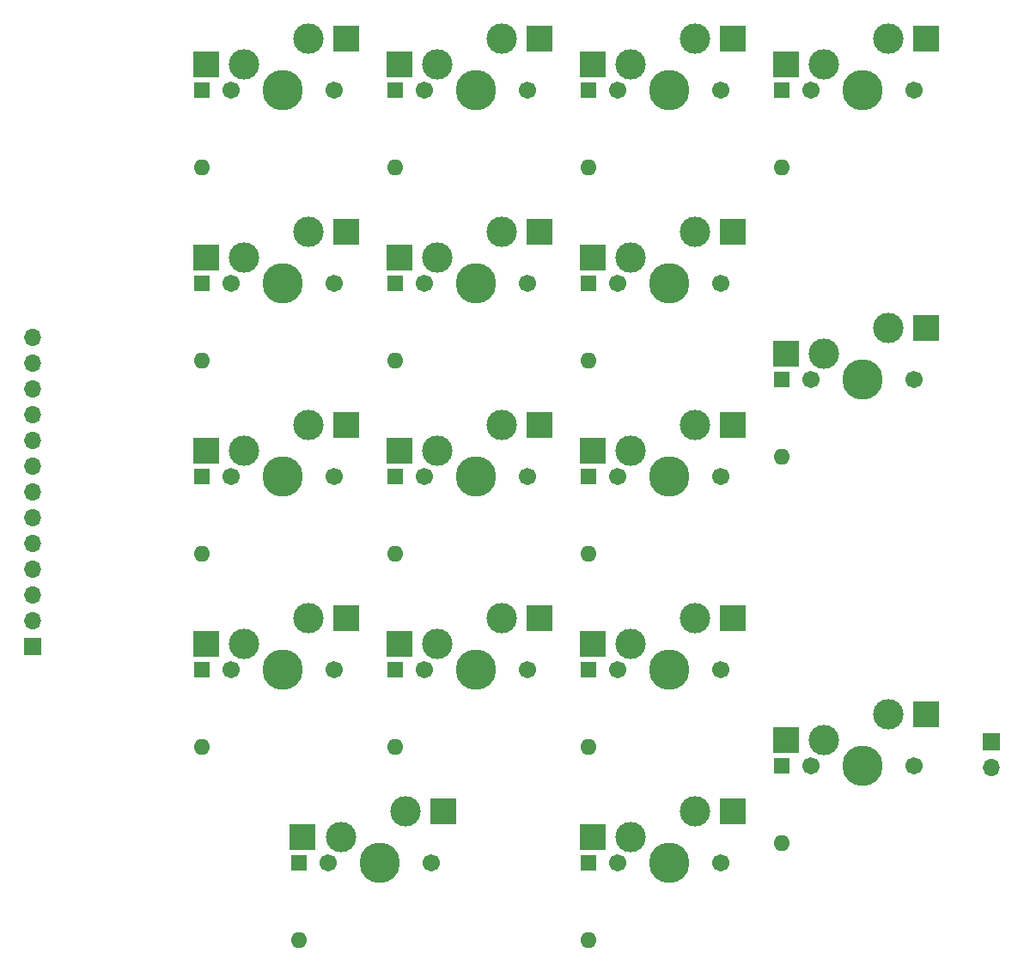
<source format=gbs>
G04 #@! TF.GenerationSoftware,KiCad,Pcbnew,(5.1.10)-1*
G04 #@! TF.CreationDate,2023-01-23T12:40:00+01:00*
G04 #@! TF.ProjectId,numpad,6e756d70-6164-42e6-9b69-6361645f7063,rev?*
G04 #@! TF.SameCoordinates,Original*
G04 #@! TF.FileFunction,Soldermask,Bot*
G04 #@! TF.FilePolarity,Negative*
%FSLAX46Y46*%
G04 Gerber Fmt 4.6, Leading zero omitted, Abs format (unit mm)*
G04 Created by KiCad (PCBNEW (5.1.10)-1) date 2023-01-23 12:40:00*
%MOMM*%
%LPD*%
G01*
G04 APERTURE LIST*
%ADD10R,2.550000X2.500000*%
%ADD11C,1.701800*%
%ADD12C,3.987800*%
%ADD13C,3.000000*%
%ADD14O,1.600000X1.600000*%
%ADD15R,1.600000X1.600000*%
%ADD16O,1.700000X1.700000*%
%ADD17R,1.700000X1.700000*%
G04 APERTURE END LIST*
D10*
X120233750Y-121285000D03*
D11*
X122713750Y-123825000D03*
X132873750Y-123825000D03*
D12*
X127793750Y-123825000D03*
D13*
X123983750Y-121285000D03*
X130333750Y-118745000D03*
D10*
X134083750Y-118745000D03*
X120233750Y-83185000D03*
D11*
X122713750Y-85725000D03*
X132873750Y-85725000D03*
D12*
X127793750Y-85725000D03*
D13*
X123983750Y-83185000D03*
X130333750Y-80645000D03*
D10*
X134083750Y-80645000D03*
X91658750Y-121285000D03*
D11*
X94138750Y-123825000D03*
X104298750Y-123825000D03*
D12*
X99218750Y-123825000D03*
D13*
X95408750Y-121285000D03*
X101758750Y-118745000D03*
D10*
X105508750Y-118745000D03*
X139283750Y-111760000D03*
D11*
X141763750Y-114300000D03*
X151923750Y-114300000D03*
D12*
X146843750Y-114300000D03*
D13*
X143033750Y-111760000D03*
X149383750Y-109220000D03*
D10*
X153133750Y-109220000D03*
X139283750Y-73660000D03*
D11*
X141763750Y-76200000D03*
X151923750Y-76200000D03*
D12*
X146843750Y-76200000D03*
D13*
X143033750Y-73660000D03*
X149383750Y-71120000D03*
D10*
X153133750Y-71120000D03*
X82133750Y-45085000D03*
D11*
X84613750Y-47625000D03*
X94773750Y-47625000D03*
D12*
X89693750Y-47625000D03*
D13*
X85883750Y-45085000D03*
X92233750Y-42545000D03*
D10*
X95983750Y-42545000D03*
D14*
X100806250Y-112395000D03*
D15*
X100806250Y-104775000D03*
D10*
X82133750Y-64135000D03*
D11*
X84613750Y-66675000D03*
X94773750Y-66675000D03*
D12*
X89693750Y-66675000D03*
D13*
X85883750Y-64135000D03*
X92233750Y-61595000D03*
D10*
X95983750Y-61595000D03*
D16*
X65087500Y-72072500D03*
X65087500Y-74612500D03*
X65087500Y-77152500D03*
X65087500Y-79692500D03*
X65087500Y-82232500D03*
X65087500Y-84772500D03*
X65087500Y-87312500D03*
X65087500Y-89852500D03*
X65087500Y-92392500D03*
X65087500Y-94932500D03*
X65087500Y-97472500D03*
X65087500Y-100012500D03*
D17*
X65087500Y-102552500D03*
D16*
X159543750Y-114458750D03*
D17*
X159543750Y-111918750D03*
D14*
X138906250Y-55245000D03*
D15*
X138906250Y-47625000D03*
D14*
X81756250Y-55245000D03*
D15*
X81756250Y-47625000D03*
D14*
X119856250Y-55245000D03*
D15*
X119856250Y-47625000D03*
D14*
X138906250Y-121920000D03*
D15*
X138906250Y-114300000D03*
D14*
X119856250Y-131445000D03*
D15*
X119856250Y-123825000D03*
D14*
X100806250Y-55245000D03*
D15*
X100806250Y-47625000D03*
D14*
X138906250Y-83820000D03*
D15*
X138906250Y-76200000D03*
D14*
X119856250Y-74295000D03*
D15*
X119856250Y-66675000D03*
D14*
X100806250Y-74295000D03*
D15*
X100806250Y-66675000D03*
D14*
X81756250Y-74295000D03*
D15*
X81756250Y-66675000D03*
D14*
X119856250Y-93345000D03*
D15*
X119856250Y-85725000D03*
D14*
X100806250Y-93345000D03*
D15*
X100806250Y-85725000D03*
D14*
X81756250Y-93345000D03*
D15*
X81756250Y-85725000D03*
D14*
X119856250Y-112395000D03*
D15*
X119856250Y-104775000D03*
D14*
X81756250Y-112395000D03*
D15*
X81756250Y-104775000D03*
D14*
X91281250Y-131445000D03*
D15*
X91281250Y-123825000D03*
D10*
X139283750Y-45085000D03*
D11*
X141763750Y-47625000D03*
X151923750Y-47625000D03*
D12*
X146843750Y-47625000D03*
D13*
X143033750Y-45085000D03*
X149383750Y-42545000D03*
D10*
X153133750Y-42545000D03*
X120233750Y-45085000D03*
D11*
X122713750Y-47625000D03*
X132873750Y-47625000D03*
D12*
X127793750Y-47625000D03*
D13*
X123983750Y-45085000D03*
X130333750Y-42545000D03*
D10*
X134083750Y-42545000D03*
X101183750Y-45085000D03*
D11*
X103663750Y-47625000D03*
X113823750Y-47625000D03*
D12*
X108743750Y-47625000D03*
D13*
X104933750Y-45085000D03*
X111283750Y-42545000D03*
D10*
X115033750Y-42545000D03*
X120233750Y-64135000D03*
D11*
X122713750Y-66675000D03*
X132873750Y-66675000D03*
D12*
X127793750Y-66675000D03*
D13*
X123983750Y-64135000D03*
X130333750Y-61595000D03*
D10*
X134083750Y-61595000D03*
X101183750Y-64135000D03*
D11*
X103663750Y-66675000D03*
X113823750Y-66675000D03*
D12*
X108743750Y-66675000D03*
D13*
X104933750Y-64135000D03*
X111283750Y-61595000D03*
D10*
X115033750Y-61595000D03*
X101183750Y-83185000D03*
D11*
X103663750Y-85725000D03*
X113823750Y-85725000D03*
D12*
X108743750Y-85725000D03*
D13*
X104933750Y-83185000D03*
X111283750Y-80645000D03*
D10*
X115033750Y-80645000D03*
X82133750Y-83185000D03*
D11*
X84613750Y-85725000D03*
X94773750Y-85725000D03*
D12*
X89693750Y-85725000D03*
D13*
X85883750Y-83185000D03*
X92233750Y-80645000D03*
D10*
X95983750Y-80645000D03*
X120233750Y-102235000D03*
D11*
X122713750Y-104775000D03*
X132873750Y-104775000D03*
D12*
X127793750Y-104775000D03*
D13*
X123983750Y-102235000D03*
X130333750Y-99695000D03*
D10*
X134083750Y-99695000D03*
X101183750Y-102235000D03*
D11*
X103663750Y-104775000D03*
X113823750Y-104775000D03*
D12*
X108743750Y-104775000D03*
D13*
X104933750Y-102235000D03*
X111283750Y-99695000D03*
D10*
X115033750Y-99695000D03*
X82133750Y-102235000D03*
D11*
X84613750Y-104775000D03*
X94773750Y-104775000D03*
D12*
X89693750Y-104775000D03*
D13*
X85883750Y-102235000D03*
X92233750Y-99695000D03*
D10*
X95983750Y-99695000D03*
M02*

</source>
